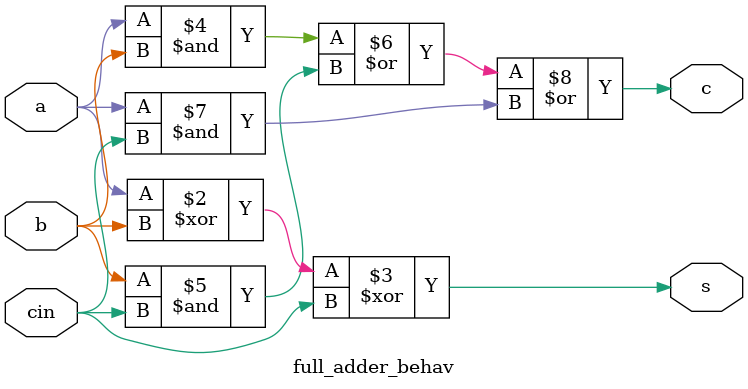
<source format=v>
module full_adder_behav(a,b,cin,s,c);

input a,b,cin;
output s,c;    
reg s,c;

always@(a,b,cin)
  begin
    s=a^b^cin;
    c=(a&b)|(b&cin)|(a&cin);
  end
  
endmodule

</source>
